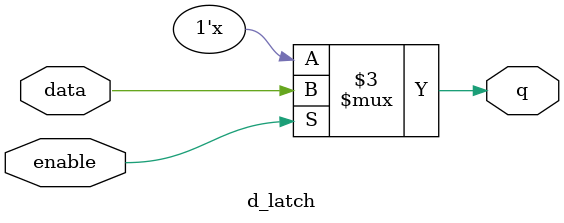
<source format=v>



                             
//***************************************************************************//
//***************************************************************************//
                             

//              Author:
//              Reviewer:
//              Manager:
                             

//*******************************description*********************************//
//	1.dut is d_latch
//	2.if en is high, then output follows input
//	3. if en is low, then output is previous value.
//	4. if en is z or x the output is x only.
//********************************DUT****************************************//
//
module d_latch(input enable,data,
								output reg q);
	always@(data or enable)
		begin:alw_blk
			case(enable)				//different cases
				1'b1:
					begin:en1_blk
						q=data;
					end	//en1_blk
				1'b0:
					begin:en0_blk
						q=q;
					end	//en0_blk
				default:
					begin:enxz_blk
						q='bx;
					end	//enxz_blk
				endcase								//end different cases
	end	//alw_blk
endmodule

</source>
